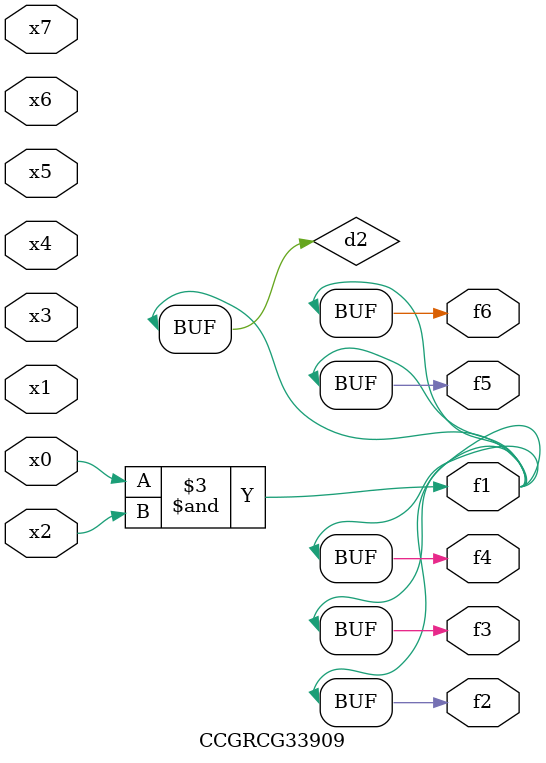
<source format=v>
module CCGRCG33909(
	input x0, x1, x2, x3, x4, x5, x6, x7,
	output f1, f2, f3, f4, f5, f6
);

	wire d1, d2;

	nor (d1, x3, x6);
	and (d2, x0, x2);
	assign f1 = d2;
	assign f2 = d2;
	assign f3 = d2;
	assign f4 = d2;
	assign f5 = d2;
	assign f6 = d2;
endmodule

</source>
